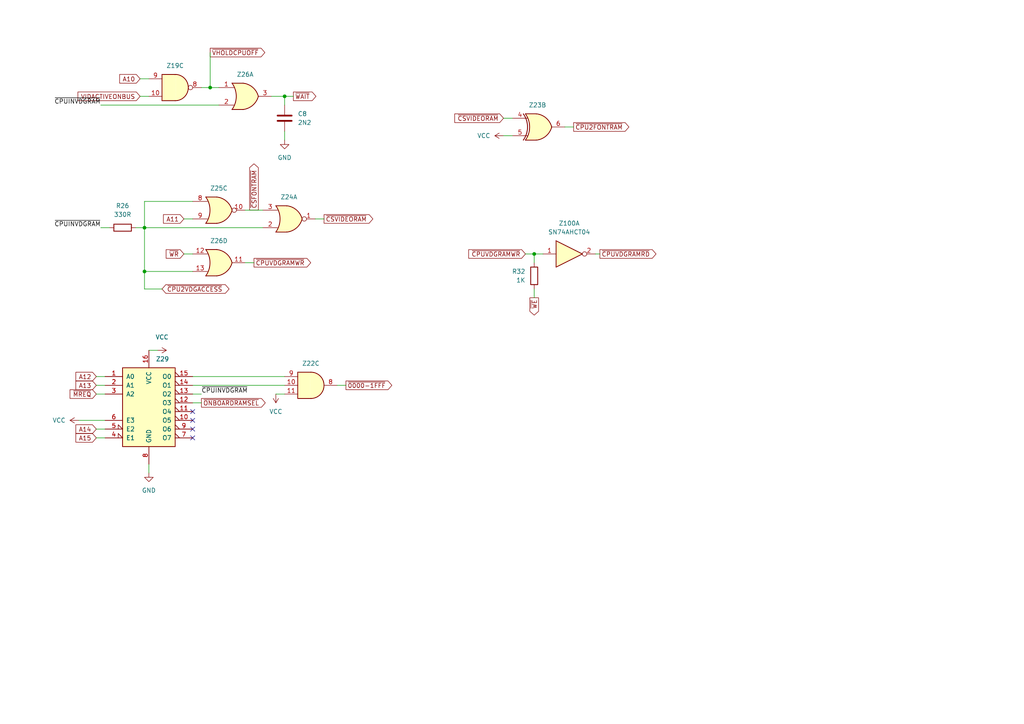
<source format=kicad_sch>
(kicad_sch (version 20211123) (generator eeschema)
  (paper "A4")
  (title_block (title "ACE2NOKB") (date "2019-09-17") (rev "Beta") (company "Ontobus") (comment 1 "John Bradley") (comment 2 "https://creativecommons.org/licenses/by-nc-sa/4.0/") (comment 3 "Attribution-NonCommercial-ShareAlike 4.0 International License.") (comment 4 "This work is licensed under a Creative Commons "))
  (lib_symbols
    (symbol "74xx:74HCT00" (pin_names (offset 1.016))
      (property "Reference" "U" (at 0 1.27 0))
      (property "Value" "74HCT00" (at 0 -1.27 0))
      (symbol "74HCT00_1_1"
        (arc (start 0 -3.81) (mid 3.81 0) (end 0 3.81) (stroke (width 0.254)) (fill (type background)))
        (polyline (pts (xy 0 3.81) (xy -3.81 3.81) (xy -3.81 -3.81) (xy 0 -3.81)) (stroke (width 0.254)) (fill (type background)))
        (pin input line (at -7.62 2.54 0) (length 3.81) (name "~") (number "1"))
        (pin input line (at -7.62 -2.54 0) (length 3.81) (name "~") (number "2"))
        (pin output inverted (at 7.62 0 180) (length 3.81) (name "~") (number "3"))
      )
      (symbol "74HCT00_1_2"
        (arc (start -3.81 -3.81) (mid -2.589 0) (end -3.81 3.81) (stroke (width 0.254)))
        (arc (start -0.6096 -3.81) (mid 2.1842 -2.5851) (end 3.81 0) (stroke (width 0.254)) (fill (type background)))
        (polyline (pts (xy -3.81 -3.81) (xy -0.635 -3.81)) (stroke (width 0.254)) (fill (type background)))
        (polyline (pts (xy -3.81 3.81) (xy -0.635 3.81)) (stroke (width 0.254)) (fill (type background)))
        (polyline (pts (xy -0.635 3.81) (xy -3.81 3.81) (xy -3.81 3.81) (xy -3.556 3.4036) (xy -3.0226 2.2606) (xy -2.6924 1.0414) (xy -2.6162 -0.254) (xy -2.7686 -1.4986) (xy -3.175 -2.7178) (xy -3.81 -3.81) (xy -3.81 -3.81) (xy -0.635 -3.81)) (stroke (width -25.4)) (fill (type background)))
        (arc (start 3.81 0) (mid 2.1915 2.5936) (end -0.6096 3.81) (stroke (width 0.254)) (fill (type background)))
        (pin input inverted (at -7.62 2.54 0) (length 4.318) (name "~") (number "1"))
        (pin input inverted (at -7.62 -2.54 0) (length 4.318) (name "~") (number "2"))
        (pin output line (at 7.62 0 180) (length 3.81) (name "~") (number "3"))
      )
      (symbol "74HCT00_2_1"
        (arc (start 0 -3.81) (mid 3.81 0) (end 0 3.81) (stroke (width 0.254)) (fill (type background)))
        (polyline (pts (xy 0 3.81) (xy -3.81 3.81) (xy -3.81 -3.81) (xy 0 -3.81)) (stroke (width 0.254)) (fill (type background)))
        (pin input line (at -7.62 2.54 0) (length 3.81) (name "~") (number "4"))
        (pin input line (at -7.62 -2.54 0) (length 3.81) (name "~") (number "5"))
        (pin output inverted (at 7.62 0 180) (length 3.81) (name "~") (number "6"))
      )
      (symbol "74HCT00_2_2"
        (arc (start -3.81 -3.81) (mid -2.589 0) (end -3.81 3.81) (stroke (width 0.254)))
        (arc (start -0.6096 -3.81) (mid 2.1842 -2.5851) (end 3.81 0) (stroke (width 0.254)) (fill (type background)))
        (polyline (pts (xy -3.81 -3.81) (xy -0.635 -3.81)) (stroke (width 0.254)) (fill (type background)))
        (polyline (pts (xy -3.81 3.81) (xy -0.635 3.81)) (stroke (width 0.254)) (fill (type background)))
        (polyline (pts (xy -0.635 3.81) (xy -3.81 3.81) (xy -3.81 3.81) (xy -3.556 3.4036) (xy -3.0226 2.2606) (xy -2.6924 1.0414) (xy -2.6162 -0.254) (xy -2.7686 -1.4986) (xy -3.175 -2.7178) (xy -3.81 -3.81) (xy -3.81 -3.81) (xy -0.635 -3.81)) (stroke (width -25.4)) (fill (type background)))
        (arc (start 3.81 0) (mid 2.1915 2.5936) (end -0.6096 3.81) (stroke (width 0.254)) (fill (type background)))
        (pin input inverted (at -7.62 2.54 0) (length 4.318) (name "~") (number "4"))
        (pin input inverted (at -7.62 -2.54 0) (length 4.318) (name "~") (number "5"))
        (pin output line (at 7.62 0 180) (length 3.81) (name "~") (number "6"))
      )
      (symbol "74HCT00_3_1"
        (arc (start 0 -3.81) (mid 3.81 0) (end 0 3.81) (stroke (width 0.254)) (fill (type background)))
        (polyline (pts (xy 0 3.81) (xy -3.81 3.81) (xy -3.81 -3.81) (xy 0 -3.81)) (stroke (width 0.254)) (fill (type background)))
        (pin input line (at -7.62 -2.54 0) (length 3.81) (name "~") (number "10"))
        (pin output inverted (at 7.62 0 180) (length 3.81) (name "~") (number "8"))
        (pin input line (at -7.62 2.54 0) (length 3.81) (name "~") (number "9"))
      )
      (symbol "74HCT00_3_2"
        (arc (start -3.81 -3.81) (mid -2.589 0) (end -3.81 3.81) (stroke (width 0.254)))
        (arc (start -0.6096 -3.81) (mid 2.1842 -2.5851) (end 3.81 0) (stroke (width 0.254)) (fill (type background)))
        (polyline (pts (xy -3.81 -3.81) (xy -0.635 -3.81)) (stroke (width 0.254)) (fill (type background)))
        (polyline (pts (xy -3.81 3.81) (xy -0.635 3.81)) (stroke (width 0.254)) (fill (type background)))
        (polyline (pts (xy -0.635 3.81) (xy -3.81 3.81) (xy -3.81 3.81) (xy -3.556 3.4036) (xy -3.0226 2.2606) (xy -2.6924 1.0414) (xy -2.6162 -0.254) (xy -2.7686 -1.4986) (xy -3.175 -2.7178) (xy -3.81 -3.81) (xy -3.81 -3.81) (xy -0.635 -3.81)) (stroke (width -25.4)) (fill (type background)))
        (arc (start 3.81 0) (mid 2.1915 2.5936) (end -0.6096 3.81) (stroke (width 0.254)) (fill (type background)))
        (pin input inverted (at -7.62 -2.54 0) (length 4.318) (name "~") (number "10"))
        (pin output line (at 7.62 0 180) (length 3.81) (name "~") (number "8"))
        (pin input inverted (at -7.62 2.54 0) (length 4.318) (name "~") (number "9"))
      )
      (symbol "74HCT00_4_1"
        (arc (start 0 -3.81) (mid 3.81 0) (end 0 3.81) (stroke (width 0.254)) (fill (type background)))
        (polyline (pts (xy 0 3.81) (xy -3.81 3.81) (xy -3.81 -3.81) (xy 0 -3.81)) (stroke (width 0.254)) (fill (type background)))
        (pin output inverted (at 7.62 0 180) (length 3.81) (name "~") (number "11"))
        (pin input line (at -7.62 2.54 0) (length 3.81) (name "~") (number "12"))
        (pin input line (at -7.62 -2.54 0) (length 3.81) (name "~") (number "13"))
      )
      (symbol "74HCT00_4_2"
        (arc (start -3.81 -3.81) (mid -2.589 0) (end -3.81 3.81) (stroke (width 0.254)))
        (arc (start -0.6096 -3.81) (mid 2.1842 -2.5851) (end 3.81 0) (stroke (width 0.254)) (fill (type background)))
        (polyline (pts (xy -3.81 -3.81) (xy -0.635 -3.81)) (stroke (width 0.254)) (fill (type background)))
        (polyline (pts (xy -3.81 3.81) (xy -0.635 3.81)) (stroke (width 0.254)) (fill (type background)))
        (polyline (pts (xy -0.635 3.81) (xy -3.81 3.81) (xy -3.81 3.81) (xy -3.556 3.4036) (xy -3.0226 2.2606) (xy -2.6924 1.0414) (xy -2.6162 -0.254) (xy -2.7686 -1.4986) (xy -3.175 -2.7178) (xy -3.81 -3.81) (xy -3.81 -3.81) (xy -0.635 -3.81)) (stroke (width -25.4)) (fill (type background)))
        (arc (start 3.81 0) (mid 2.1915 2.5936) (end -0.6096 3.81) (stroke (width 0.254)) (fill (type background)))
        (pin output line (at 7.62 0 180) (length 3.81) (name "~") (number "11"))
        (pin input inverted (at -7.62 2.54 0) (length 4.318) (name "~") (number "12"))
        (pin input inverted (at -7.62 -2.54 0) (length 4.318) (name "~") (number "13"))
      )
      (symbol "74HCT00_5_0"
        (pin power_in line (at 0 12.7 270) (length 5.08) (name "VCC") (number "14"))
        (pin power_in line (at 0 -12.7 90) (length 5.08) (name "GND") (number "7"))
      )
      (symbol "74HCT00_5_1"
        (rectangle (start -5.08 7.62) (end 5.08 -7.62) (stroke (width 0.254)) (fill (type background)))
      )
    )
    (symbol "74xx:74HCT02" (pin_names (offset 1.016))
      (property "Reference" "U" (at 0 1.27 0))
      (property "Value" "74HCT02" (at 0 -1.27 0))
      (symbol "74HCT02_1_1"
        (arc (start -3.81 -3.81) (mid -2.589 0) (end -3.81 3.81) (stroke (width 0.254)))
        (arc (start -0.6096 -3.81) (mid 2.1842 -2.5851) (end 3.81 0) (stroke (width 0.254)) (fill (type background)))
        (polyline (pts (xy -3.81 -3.81) (xy -0.635 -3.81)) (stroke (width 0.254)) (fill (type background)))
        (polyline (pts (xy -3.81 3.81) (xy -0.635 3.81)) (stroke (width 0.254)) (fill (type background)))
        (polyline (pts (xy -0.635 3.81) (xy -3.81 3.81) (xy -3.81 3.81) (xy -3.556 3.4036) (xy -3.0226 2.2606) (xy -2.6924 1.0414) (xy -2.6162 -0.254) (xy -2.7686 -1.4986) (xy -3.175 -2.7178) (xy -3.81 -3.81) (xy -3.81 -3.81) (xy -0.635 -3.81)) (stroke (width -25.4)) (fill (type background)))
        (arc (start 3.81 0) (mid 2.1915 2.5936) (end -0.6096 3.81) (stroke (width 0.254)) (fill (type background)))
        (pin output inverted (at 7.62 0 180) (length 3.81) (name "~") (number "1"))
        (pin input line (at -7.62 2.54 0) (length 4.318) (name "~") (number "2"))
        (pin input line (at -7.62 -2.54 0) (length 4.318) (name "~") (number "3"))
      )
      (symbol "74HCT02_1_2"
        (arc (start 0 -3.81) (mid 3.81 0) (end 0 3.81) (stroke (width 0.254)) (fill (type background)))
        (polyline (pts (xy 0 3.81) (xy -3.81 3.81) (xy -3.81 -3.81) (xy 0 -3.81)) (stroke (width 0.254)) (fill (type background)))
        (pin output line (at 7.62 0 180) (length 3.81) (name "~") (number "1"))
        (pin input inverted (at -7.62 2.54 0) (length 3.81) (name "~") (number "2"))
        (pin input inverted (at -7.62 -2.54 0) (length 3.81) (name "~") (number "3"))
      )
      (symbol "74HCT02_2_1"
        (arc (start -3.81 -3.81) (mid -2.589 0) (end -3.81 3.81) (stroke (width 0.254)))
        (arc (start -0.6096 -3.81) (mid 2.1842 -2.5851) (end 3.81 0) (stroke (width 0.254)) (fill (type background)))
        (polyline (pts (xy -3.81 -3.81) (xy -0.635 -3.81)) (stroke (width 0.254)) (fill (type background)))
        (polyline (pts (xy -3.81 3.81) (xy -0.635 3.81)) (stroke (width 0.254)) (fill (type background)))
        (polyline (pts (xy -0.635 3.81) (xy -3.81 3.81) (xy -3.81 3.81) (xy -3.556 3.4036) (xy -3.0226 2.2606) (xy -2.6924 1.0414) (xy -2.6162 -0.254) (xy -2.7686 -1.4986) (xy -3.175 -2.7178) (xy -3.81 -3.81) (xy -3.81 -3.81) (xy -0.635 -3.81)) (stroke (width -25.4)) (fill (type background)))
        (arc (start 3.81 0) (mid 2.1915 2.5936) (end -0.6096 3.81) (stroke (width 0.254)) (fill (type background)))
        (pin output inverted (at 7.62 0 180) (length 3.81) (name "~") (number "4"))
        (pin input line (at -7.62 2.54 0) (length 4.318) (name "~") (number "5"))
        (pin input line (at -7.62 -2.54 0) (length 4.318) (name "~") (number "6"))
      )
      (symbol "74HCT02_2_2"
        (arc (start 0 -3.81) (mid 3.81 0) (end 0 3.81) (stroke (width 0.254)) (fill (type background)))
        (polyline (pts (xy 0 3.81) (xy -3.81 3.81) (xy -3.81 -3.81) (xy 0 -3.81)) (stroke (width 0.254)) (fill (type background)))
        (pin output line (at 7.62 0 180) (length 3.81) (name "~") (number "4"))
        (pin input inverted (at -7.62 2.54 0) (length 3.81) (name "~") (number "5"))
        (pin input inverted (at -7.62 -2.54 0) (length 3.81) (name "~") (number "6"))
      )
      (symbol "74HCT02_3_1"
        (arc (start -3.81 -3.81) (mid -2.589 0) (end -3.81 3.81) (stroke (width 0.254)))
        (arc (start -0.6096 -3.81) (mid 2.1842 -2.5851) (end 3.81 0) (stroke (width 0.254)) (fill (type background)))
        (polyline (pts (xy -3.81 -3.81) (xy -0.635 -3.81)) (stroke (width 0.254)) (fill (type background)))
        (polyline (pts (xy -3.81 3.81) (xy -0.635 3.81)) (stroke (width 0.254)) (fill (type background)))
        (polyline (pts (xy -0.635 3.81) (xy -3.81 3.81) (xy -3.81 3.81) (xy -3.556 3.4036) (xy -3.0226 2.2606) (xy -2.6924 1.0414) (xy -2.6162 -0.254) (xy -2.7686 -1.4986) (xy -3.175 -2.7178) (xy -3.81 -3.81) (xy -3.81 -3.81) (xy -0.635 -3.81)) (stroke (width -25.4)) (fill (type background)))
        (arc (start 3.81 0) (mid 2.1915 2.5936) (end -0.6096 3.81) (stroke (width 0.254)) (fill (type background)))
        (pin output inverted (at 7.62 0 180) (length 3.81) (name "~") (number "10"))
        (pin input line (at -7.62 2.54 0) (length 4.318) (name "~") (number "8"))
        (pin input line (at -7.62 -2.54 0) (length 4.318) (name "~") (number "9"))
      )
      (symbol "74HCT02_3_2"
        (arc (start 0 -3.81) (mid 3.81 0) (end 0 3.81) (stroke (width 0.254)) (fill (type background)))
        (polyline (pts (xy 0 3.81) (xy -3.81 3.81) (xy -3.81 -3.81) (xy 0 -3.81)) (stroke (width 0.254)) (fill (type background)))
        (pin output line (at 7.62 0 180) (length 3.81) (name "~") (number "10"))
        (pin input inverted (at -7.62 2.54 0) (length 3.81) (name "~") (number "8"))
        (pin input inverted (at -7.62 -2.54 0) (length 3.81) (name "~") (number "9"))
      )
      (symbol "74HCT02_4_1"
        (arc (start -3.81 -3.81) (mid -2.589 0) (end -3.81 3.81) (stroke (width 0.254)))
        (arc (start -0.6096 -3.81) (mid 2.1842 -2.5851) (end 3.81 0) (stroke (width 0.254)) (fill (type background)))
        (polyline (pts (xy -3.81 -3.81) (xy -0.635 -3.81)) (stroke (width 0.254)) (fill (type background)))
        (polyline (pts (xy -3.81 3.81) (xy -0.635 3.81)) (stroke (width 0.254)) (fill (type background)))
        (polyline (pts (xy -0.635 3.81) (xy -3.81 3.81) (xy -3.81 3.81) (xy -3.556 3.4036) (xy -3.0226 2.2606) (xy -2.6924 1.0414) (xy -2.6162 -0.254) (xy -2.7686 -1.4986) (xy -3.175 -2.7178) (xy -3.81 -3.81) (xy -3.81 -3.81) (xy -0.635 -3.81)) (stroke (width -25.4)) (fill (type background)))
        (arc (start 3.81 0) (mid 2.1915 2.5936) (end -0.6096 3.81) (stroke (width 0.254)) (fill (type background)))
        (pin input line (at -7.62 2.54 0) (length 4.318) (name "~") (number "11"))
        (pin input line (at -7.62 -2.54 0) (length 4.318) (name "~") (number "12"))
        (pin output inverted (at 7.62 0 180) (length 3.81) (name "~") (number "13"))
      )
      (symbol "74HCT02_4_2"
        (arc (start 0 -3.81) (mid 3.81 0) (end 0 3.81) (stroke (width 0.254)) (fill (type background)))
        (polyline (pts (xy 0 3.81) (xy -3.81 3.81) (xy -3.81 -3.81) (xy 0 -3.81)) (stroke (width 0.254)) (fill (type background)))
        (pin input inverted (at -7.62 2.54 0) (length 3.81) (name "~") (number "11"))
        (pin input inverted (at -7.62 -2.54 0) (length 3.81) (name "~") (number "12"))
        (pin output line (at 7.62 0 180) (length 3.81) (name "~") (number "13"))
      )
      (symbol "74HCT02_5_0"
        (pin power_in line (at 0 12.7 270) (length 5.08) (name "VCC") (number "14"))
        (pin power_in line (at 0 -12.7 90) (length 5.08) (name "GND") (number "7"))
      )
      (symbol "74HCT02_5_1"
        (rectangle (start -5.08 7.62) (end 5.08 -7.62) (stroke (width 0.254)) (fill (type background)))
      )
    )
    (symbol "74xx:74HCT04"
      (property "Reference" "U" (at 0 1.27 0))
      (property "Value" "74HCT04" (at 0 -1.27 0))
      (symbol "74HCT04_1_0"
        (polyline (pts (xy -3.81 3.81) (xy -3.81 -3.81) (xy 3.81 0) (xy -3.81 3.81)) (stroke (width 0.254)) (fill (type background)))
        (pin input line (at -7.62 0 0) (length 3.81) (name "~") (number "1"))
        (pin output inverted (at 7.62 0 180) (length 3.81) (name "~") (number "2"))
      )
      (symbol "74HCT04_2_0"
        (polyline (pts (xy -3.81 3.81) (xy -3.81 -3.81) (xy 3.81 0) (xy -3.81 3.81)) (stroke (width 0.254)) (fill (type background)))
        (pin input line (at -7.62 0 0) (length 3.81) (name "~") (number "3"))
        (pin output inverted (at 7.62 0 180) (length 3.81) (name "~") (number "4"))
      )
      (symbol "74HCT04_3_0"
        (polyline (pts (xy -3.81 3.81) (xy -3.81 -3.81) (xy 3.81 0) (xy -3.81 3.81)) (stroke (width 0.254)) (fill (type background)))
        (pin input line (at -7.62 0 0) (length 3.81) (name "~") (number "5"))
        (pin output inverted (at 7.62 0 180) (length 3.81) (name "~") (number "6"))
      )
      (symbol "74HCT04_4_0"
        (polyline (pts (xy -3.81 3.81) (xy -3.81 -3.81) (xy 3.81 0) (xy -3.81 3.81)) (stroke (width 0.254)) (fill (type background)))
        (pin output inverted (at 7.62 0 180) (length 3.81) (name "~") (number "8"))
        (pin input line (at -7.62 0 0) (length 3.81) (name "~") (number "9"))
      )
      (symbol "74HCT04_5_0"
        (polyline (pts (xy -3.81 3.81) (xy -3.81 -3.81) (xy 3.81 0) (xy -3.81 3.81)) (stroke (width 0.254)) (fill (type background)))
        (pin output inverted (at 7.62 0 180) (length 3.81) (name "~") (number "10"))
        (pin input line (at -7.62 0 0) (length 3.81) (name "~") (number "11"))
      )
      (symbol "74HCT04_6_0"
        (polyline (pts (xy -3.81 3.81) (xy -3.81 -3.81) (xy 3.81 0) (xy -3.81 3.81)) (stroke (width 0.254)) (fill (type background)))
        (pin output inverted (at 7.62 0 180) (length 3.81) (name "~") (number "12"))
        (pin input line (at -7.62 0 0) (length 3.81) (name "~") (number "13"))
      )
      (symbol "74HCT04_7_0"
        (pin power_in line (at 0 12.7 270) (length 5.08) (name "VCC") (number "14"))
        (pin power_in line (at 0 -12.7 90) (length 5.08) (name "GND") (number "7"))
      )
      (symbol "74HCT04_7_1"
        (rectangle (start -5.08 7.62) (end 5.08 -7.62) (stroke (width 0.254)) (fill (type background)))
      )
    )
    (symbol "74xx:74LS11" (pin_names (offset 1.016))
      (property "Reference" "U" (at 0 1.27 0))
      (property "Value" "74LS11" (at 0 -1.27 0))
      (symbol "74LS11_1_1"
        (arc (start 0 -3.81) (mid 3.81 0) (end 0 3.81) (stroke (width 0.254)) (fill (type background)))
        (polyline (pts (xy 0 3.81) (xy -3.81 3.81) (xy -3.81 -3.81) (xy 0 -3.81)) (stroke (width 0.254)) (fill (type background)))
        (pin input line (at -7.62 2.54 0) (length 3.81) (name "~") (number "1"))
        (pin output line (at 7.62 0 180) (length 3.81) (name "~") (number "12"))
        (pin input line (at -7.62 -2.54 0) (length 3.81) (name "~") (number "13"))
        (pin input line (at -7.62 0 0) (length 3.81) (name "~") (number "2"))
      )
      (symbol "74LS11_1_2"
        (arc (start -3.81 -3.81) (mid -2.589 0) (end -3.81 3.81) (stroke (width 0.254)))
        (arc (start -0.6096 -3.81) (mid 2.1842 -2.5851) (end 3.81 0) (stroke (width 0.254)) (fill (type background)))
        (polyline (pts (xy -3.81 -3.81) (xy -0.635 -3.81)) (stroke (width 0.254)) (fill (type background)))
        (polyline (pts (xy -3.81 3.81) (xy -0.635 3.81)) (stroke (width 0.254)) (fill (type background)))
        (polyline (pts (xy -0.635 3.81) (xy -3.81 3.81) (xy -3.81 3.81) (xy -3.556 3.4036) (xy -3.0226 2.2606) (xy -2.6924 1.0414) (xy -2.6162 -0.254) (xy -2.7686 -1.4986) (xy -3.175 -2.7178) (xy -3.81 -3.81) (xy -3.81 -3.81) (xy -0.635 -3.81)) (stroke (width -25.4)) (fill (type background)))
        (arc (start 3.81 0) (mid 2.1915 2.5936) (end -0.6096 3.81) (stroke (width 0.254)) (fill (type background)))
        (pin input inverted (at -7.62 2.54 0) (length 4.318) (name "~") (number "1"))
        (pin output inverted (at 7.62 0 180) (length 3.81) (name "~") (number "12"))
        (pin input inverted (at -7.62 -2.54 0) (length 4.318) (name "~") (number "13"))
        (pin input inverted (at -7.62 0 0) (length 4.953) (name "~") (number "2"))
      )
      (symbol "74LS11_2_1"
        (arc (start 0 -3.81) (mid 3.81 0) (end 0 3.81) (stroke (width 0.254)) (fill (type background)))
        (polyline (pts (xy 0 3.81) (xy -3.81 3.81) (xy -3.81 -3.81) (xy 0 -3.81)) (stroke (width 0.254)) (fill (type background)))
        (pin input line (at -7.62 2.54 0) (length 3.81) (name "~") (number "3"))
        (pin input line (at -7.62 0 0) (length 3.81) (name "~") (number "4"))
        (pin input line (at -7.62 -2.54 0) (length 3.81) (name "~") (number "5"))
        (pin output line (at 7.62 0 180) (length 3.81) (name "~") (number "6"))
      )
      (symbol "74LS11_2_2"
        (arc (start -3.81 -3.81) (mid -2.589 0) (end -3.81 3.81) (stroke (width 0.254)))
        (arc (start -0.6096 -3.81) (mid 2.1842 -2.5851) (end 3.81 0) (stroke (width 0.254)) (fill (type background)))
        (polyline (pts (xy -3.81 -3.81) (xy -0.635 -3.81)) (stroke (width 0.254)) (fill (type background)))
        (polyline (pts (xy -3.81 3.81) (xy -0.635 3.81)) (stroke (width 0.254)) (fill (type background)))
        (polyline (pts (xy -0.635 3.81) (xy -3.81 3.81) (xy -3.81 3.81) (xy -3.556 3.4036) (xy -3.0226 2.2606) (xy -2.6924 1.0414) (xy -2.6162 -0.254) (xy -2.7686 -1.4986) (xy -3.175 -2.7178) (xy -3.81 -3.81) (xy -3.81 -3.81) (xy -0.635 -3.81)) (stroke (width -25.4)) (fill (type background)))
        (arc (start 3.81 0) (mid 2.1915 2.5936) (end -0.6096 3.81) (stroke (width 0.254)) (fill (type background)))
        (pin input inverted (at -7.62 2.54 0) (length 4.318) (name "~") (number "3"))
        (pin input inverted (at -7.62 0 0) (length 4.953) (name "~") (number "4"))
        (pin input inverted (at -7.62 -2.54 0) (length 4.318) (name "~") (number "5"))
        (pin output inverted (at 7.62 0 180) (length 3.81) (name "~") (number "6"))
      )
      (symbol "74LS11_3_1"
        (arc (start 0 -3.81) (mid 3.81 0) (end 0 3.81) (stroke (width 0.254)) (fill (type background)))
        (polyline (pts (xy 0 3.81) (xy -3.81 3.81) (xy -3.81 -3.81) (xy 0 -3.81)) (stroke (width 0.254)) (fill (type background)))
        (pin input line (at -7.62 0 0) (length 3.81) (name "~") (number "10"))
        (pin input line (at -7.62 -2.54 0) (length 3.81) (name "~") (number "11"))
        (pin output line (at 7.62 0 180) (length 3.81) (name "~") (number "8"))
        (pin input line (at -7.62 2.54 0) (length 3.81) (name "~") (number "9"))
      )
      (symbol "74LS11_3_2"
        (arc (start -3.81 -3.81) (mid -2.589 0) (end -3.81 3.81) (stroke (width 0.254)))
        (arc (start -0.6096 -3.81) (mid 2.1842 -2.5851) (end 3.81 0) (stroke (width 0.254)) (fill (type background)))
        (polyline (pts (xy -3.81 -3.81) (xy -0.635 -3.81)) (stroke (width 0.254)) (fill (type background)))
        (polyline (pts (xy -3.81 3.81) (xy -0.635 3.81)) (stroke (width 0.254)) (fill (type background)))
        (polyline (pts (xy -0.635 3.81) (xy -3.81 3.81) (xy -3.81 3.81) (xy -3.556 3.4036) (xy -3.0226 2.2606) (xy -2.6924 1.0414) (xy -2.6162 -0.254) (xy -2.7686 -1.4986) (xy -3.175 -2.7178) (xy -3.81 -3.81) (xy -3.81 -3.81) (xy -0.635 -3.81)) (stroke (width -25.4)) (fill (type background)))
        (arc (start 3.81 0) (mid 2.1915 2.5936) (end -0.6096 3.81) (stroke (width 0.254)) (fill (type background)))
        (pin input inverted (at -7.62 0 0) (length 4.953) (name "~") (number "10"))
        (pin input inverted (at -7.62 -2.54 0) (length 4.318) (name "~") (number "11"))
        (pin output inverted (at 7.62 0 180) (length 3.81) (name "~") (number "8"))
        (pin input inverted (at -7.62 2.54 0) (length 4.318) (name "~") (number "9"))
      )
      (symbol "74LS11_4_0"
        (pin power_in line (at 0 12.7 270) (length 5.08) (name "VCC") (number "14"))
        (pin power_in line (at 0 -12.7 90) (length 5.08) (name "GND") (number "7"))
      )
      (symbol "74LS11_4_1"
        (rectangle (start -5.08 7.62) (end 5.08 -7.62) (stroke (width 0.254)) (fill (type background)))
      )
    )
    (symbol "74xx:74LS138" (pin_names (offset 1.016))
      (property "Reference" "U" (at -7.62 11.43 0))
      (property "Value" "74LS138" (at -7.62 -13.97 0))
      (symbol "74LS138_1_0"
        (pin input line (at -12.7 7.62 0) (length 5.08) (name "A0") (number "1"))
        (pin output output_low (at 12.7 -5.08 180) (length 5.08) (name "O5") (number "10"))
        (pin output output_low (at 12.7 -2.54 180) (length 5.08) (name "O4") (number "11"))
        (pin output output_low (at 12.7 0 180) (length 5.08) (name "O3") (number "12"))
        (pin output output_low (at 12.7 2.54 180) (length 5.08) (name "O2") (number "13"))
        (pin output output_low (at 12.7 5.08 180) (length 5.08) (name "O1") (number "14"))
        (pin output output_low (at 12.7 7.62 180) (length 5.08) (name "O0") (number "15"))
        (pin power_in line (at 0 15.24 270) (length 5.08) (name "VCC") (number "16"))
        (pin input line (at -12.7 5.08 0) (length 5.08) (name "A1") (number "2"))
        (pin input line (at -12.7 2.54 0) (length 5.08) (name "A2") (number "3"))
        (pin input input_low (at -12.7 -10.16 0) (length 5.08) (name "E1") (number "4"))
        (pin input input_low (at -12.7 -7.62 0) (length 5.08) (name "E2") (number "5"))
        (pin input line (at -12.7 -5.08 0) (length 5.08) (name "E3") (number "6"))
        (pin output output_low (at 12.7 -10.16 180) (length 5.08) (name "O7") (number "7"))
        (pin power_in line (at 0 -17.78 90) (length 5.08) (name "GND") (number "8"))
        (pin output output_low (at 12.7 -7.62 180) (length 5.08) (name "O6") (number "9"))
      )
      (symbol "74LS138_1_1"
        (rectangle (start -7.62 10.16) (end 7.62 -12.7) (stroke (width 0.254)) (fill (type background)))
      )
    )
    (symbol "74xx:74LS32" (pin_names (offset 1.016))
      (property "Reference" "U" (at 0 1.27 0))
      (property "Value" "74LS32" (at 0 -1.27 0))
      (symbol "74LS32_1_1"
        (arc (start -3.81 -3.81) (mid -2.589 0) (end -3.81 3.81) (stroke (width 0.254)))
        (arc (start -0.6096 -3.81) (mid 2.1842 -2.5851) (end 3.81 0) (stroke (width 0.254)) (fill (type background)))
        (polyline (pts (xy -3.81 -3.81) (xy -0.635 -3.81)) (stroke (width 0.254)) (fill (type background)))
        (polyline (pts (xy -3.81 3.81) (xy -0.635 3.81)) (stroke (width 0.254)) (fill (type background)))
        (polyline (pts (xy -0.635 3.81) (xy -3.81 3.81) (xy -3.81 3.81) (xy -3.556 3.4036) (xy -3.0226 2.2606) (xy -2.6924 1.0414) (xy -2.6162 -0.254) (xy -2.7686 -1.4986) (xy -3.175 -2.7178) (xy -3.81 -3.81) (xy -3.81 -3.81) (xy -0.635 -3.81)) (stroke (width -25.4)) (fill (type background)))
        (arc (start 3.81 0) (mid 2.1915 2.5936) (end -0.6096 3.81) (stroke (width 0.254)) (fill (type background)))
        (pin input line (at -7.62 2.54 0) (length 4.318) (name "~") (number "1"))
        (pin input line (at -7.62 -2.54 0) (length 4.318) (name "~") (number "2"))
        (pin output line (at 7.62 0 180) (length 3.81) (name "~") (number "3"))
      )
      (symbol "74LS32_1_2"
        (arc (start 0 -3.81) (mid 3.81 0) (end 0 3.81) (stroke (width 0.254)) (fill (type background)))
        (polyline (pts (xy 0 3.81) (xy -3.81 3.81) (xy -3.81 -3.81) (xy 0 -3.81)) (stroke (width 0.254)) (fill (type background)))
        (pin input inverted (at -7.62 2.54 0) (length 3.81) (name "~") (number "1"))
        (pin input inverted (at -7.62 -2.54 0) (length 3.81) (name "~") (number "2"))
        (pin output inverted (at 7.62 0 180) (length 3.81) (name "~") (number "3"))
      )
      (symbol "74LS32_2_1"
        (arc (start -3.81 -3.81) (mid -2.589 0) (end -3.81 3.81) (stroke (width 0.254)))
        (arc (start -0.6096 -3.81) (mid 2.1842 -2.5851) (end 3.81 0) (stroke (width 0.254)) (fill (type background)))
        (polyline (pts (xy -3.81 -3.81) (xy -0.635 -3.81)) (stroke (width 0.254)) (fill (type background)))
        (polyline (pts (xy -3.81 3.81) (xy -0.635 3.81)) (stroke (width 0.254)) (fill (type background)))
        (polyline (pts (xy -0.635 3.81) (xy -3.81 3.81) (xy -3.81 3.81) (xy -3.556 3.4036) (xy -3.0226 2.2606) (xy -2.6924 1.0414) (xy -2.6162 -0.254) (xy -2.7686 -1.4986) (xy -3.175 -2.7178) (xy -3.81 -3.81) (xy -3.81 -3.81) (xy -0.635 -3.81)) (stroke (width -25.4)) (fill (type background)))
        (arc (start 3.81 0) (mid 2.1915 2.5936) (end -0.6096 3.81) (stroke (width 0.254)) (fill (type background)))
        (pin input line (at -7.62 2.54 0) (length 4.318) (name "~") (number "4"))
        (pin input line (at -7.62 -2.54 0) (length 4.318) (name "~") (number "5"))
        (pin output line (at 7.62 0 180) (length 3.81) (name "~") (number "6"))
      )
      (symbol "74LS32_2_2"
        (arc (start 0 -3.81) (mid 3.81 0) (end 0 3.81) (stroke (width 0.254)) (fill (type background)))
        (polyline (pts (xy 0 3.81) (xy -3.81 3.81) (xy -3.81 -3.81) (xy 0 -3.81)) (stroke (width 0.254)) (fill (type background)))
        (pin input inverted (at -7.62 2.54 0) (length 3.81) (name "~") (number "4"))
        (pin input inverted (at -7.62 -2.54 0) (length 3.81) (name "~") (number "5"))
        (pin output inverted (at 7.62 0 180) (length 3.81) (name "~") (number "6"))
      )
      (symbol "74LS32_3_1"
        (arc (start -3.81 -3.81) (mid -2.589 0) (end -3.81 3.81) (stroke (width 0.254)))
        (arc (start -0.6096 -3.81) (mid 2.1842 -2.5851) (end 3.81 0) (stroke (width 0.254)) (fill (type background)))
        (polyline (pts (xy -3.81 -3.81) (xy -0.635 -3.81)) (stroke (width 0.254)) (fill (type background)))
        (polyline (pts (xy -3.81 3.81) (xy -0.635 3.81)) (stroke (width 0.254)) (fill (type background)))
        (polyline (pts (xy -0.635 3.81) (xy -3.81 3.81) (xy -3.81 3.81) (xy -3.556 3.4036) (xy -3.0226 2.2606) (xy -2.6924 1.0414) (xy -2.6162 -0.254) (xy -2.7686 -1.4986) (xy -3.175 -2.7178) (xy -3.81 -3.81) (xy -3.81 -3.81) (xy -0.635 -3.81)) (stroke (width -25.4)) (fill (type background)))
        (arc (start 3.81 0) (mid 2.1915 2.5936) (end -0.6096 3.81) (stroke (width 0.254)) (fill (type background)))
        (pin input line (at -7.62 -2.54 0) (length 4.318) (name "~") (number "10"))
        (pin output line (at 7.62 0 180) (length 3.81) (name "~") (number "8"))
        (pin input line (at -7.62 2.54 0) (length 4.318) (name "~") (number "9"))
      )
      (symbol "74LS32_3_2"
        (arc (start 0 -3.81) (mid 3.81 0) (end 0 3.81) (stroke (width 0.254)) (fill (type background)))
        (polyline (pts (xy 0 3.81) (xy -3.81 3.81) (xy -3.81 -3.81) (xy 0 -3.81)) (stroke (width 0.254)) (fill (type background)))
        (pin input inverted (at -7.62 -2.54 0) (length 3.81) (name "~") (number "10"))
        (pin output inverted (at 7.62 0 180) (length 3.81) (name "~") (number "8"))
        (pin input inverted (at -7.62 2.54 0) (length 3.81) (name "~") (number "9"))
      )
      (symbol "74LS32_4_1"
        (arc (start -3.81 -3.81) (mid -2.589 0) (end -3.81 3.81) (stroke (width 0.254)))
        (arc (start -0.6096 -3.81) (mid 2.1842 -2.5851) (end 3.81 0) (stroke (width 0.254)) (fill (type background)))
        (polyline (pts (xy -3.81 -3.81) (xy -0.635 -3.81)) (stroke (width 0.254)) (fill (type background)))
        (polyline (pts (xy -3.81 3.81) (xy -0.635 3.81)) (stroke (width 0.254)) (fill (type background)))
        (polyline (pts (xy -0.635 3.81) (xy -3.81 3.81) (xy -3.81 3.81) (xy -3.556 3.4036) (xy -3.0226 2.2606) (xy -2.6924 1.0414) (xy -2.6162 -0.254) (xy -2.7686 -1.4986) (xy -3.175 -2.7178) (xy -3.81 -3.81) (xy -3.81 -3.81) (xy -0.635 -3.81)) (stroke (width -25.4)) (fill (type background)))
        (arc (start 3.81 0) (mid 2.1915 2.5936) (end -0.6096 3.81) (stroke (width 0.254)) (fill (type background)))
        (pin output line (at 7.62 0 180) (length 3.81) (name "~") (number "11"))
        (pin input line (at -7.62 2.54 0) (length 4.318) (name "~") (number "12"))
        (pin input line (at -7.62 -2.54 0) (length 4.318) (name "~") (number "13"))
      )
      (symbol "74LS32_4_2"
        (arc (start 0 -3.81) (mid 3.81 0) (end 0 3.81) (stroke (width 0.254)) (fill (type background)))
        (polyline (pts (xy 0 3.81) (xy -3.81 3.81) (xy -3.81 -3.81) (xy 0 -3.81)) (stroke (width 0.254)) (fill (type background)))
        (pin output inverted (at 7.62 0 180) (length 3.81) (name "~") (number "11"))
        (pin input inverted (at -7.62 2.54 0) (length 3.81) (name "~") (number "12"))
        (pin input inverted (at -7.62 -2.54 0) (length 3.81) (name "~") (number "13"))
      )
      (symbol "74LS32_5_0"
        (pin power_in line (at 0 12.7 270) (length 5.08) (name "VCC") (number "14"))
        (pin power_in line (at 0 -12.7 90) (length 5.08) (name "GND") (number "7"))
      )
      (symbol "74LS32_5_1"
        (rectangle (start -5.08 7.62) (end 5.08 -7.62) (stroke (width 0.254)) (fill (type background)))
      )
    )
    (symbol "74xx:74LS86" (pin_names (offset 1.016))
      (property "Reference" "U" (at 0 1.27 0))
      (property "Value" "74LS86" (at 0 -1.27 0))
      (symbol "74LS86_1_0"
        (arc (start -4.4196 -3.81) (mid -3.2033 0) (end -4.4196 3.81) (stroke (width 0.254)))
        (arc (start -3.81 -3.81) (mid -2.589 0) (end -3.81 3.81) (stroke (width 0.254)))
        (arc (start -0.6096 -3.81) (mid 2.1842 -2.5851) (end 3.81 0) (stroke (width 0.254)) (fill (type background)))
        (polyline (pts (xy -3.81 -3.81) (xy -0.635 -3.81)) (stroke (width 0.254)) (fill (type background)))
        (polyline (pts (xy -3.81 3.81) (xy -0.635 3.81)) (stroke (width 0.254)) (fill (type background)))
        (polyline (pts (xy -0.635 3.81) (xy -3.81 3.81) (xy -3.81 3.81) (xy -3.556 3.4036) (xy -3.0226 2.2606) (xy -2.6924 1.0414) (xy -2.6162 -0.254) (xy -2.7686 -1.4986) (xy -3.175 -2.7178) (xy -3.81 -3.81) (xy -3.81 -3.81) (xy -0.635 -3.81)) (stroke (width -25.4)) (fill (type background)))
        (arc (start 3.81 0) (mid 2.1915 2.5936) (end -0.6096 3.81) (stroke (width 0.254)) (fill (type background)))
        (pin input line (at -7.62 2.54 0) (length 4.445) (name "~") (number "1"))
        (pin input line (at -7.62 -2.54 0) (length 4.445) (name "~") (number "2"))
        (pin output line (at 7.62 0 180) (length 3.81) (name "~") (number "3"))
      )
      (symbol "74LS86_1_1"
        (polyline (pts (xy -3.81 -2.54) (xy -3.175 -2.54)) (stroke (width 0.1524)))
        (polyline (pts (xy -3.81 2.54) (xy -3.175 2.54)) (stroke (width 0.1524)))
      )
      (symbol "74LS86_2_0"
        (arc (start -4.4196 -3.81) (mid -3.2033 0) (end -4.4196 3.81) (stroke (width 0.254)))
        (arc (start -3.81 -3.81) (mid -2.589 0) (end -3.81 3.81) (stroke (width 0.254)))
        (arc (start -0.6096 -3.81) (mid 2.1842 -2.5851) (end 3.81 0) (stroke (width 0.254)) (fill (type background)))
        (polyline (pts (xy -3.81 -3.81) (xy -0.635 -3.81)) (stroke (width 0.254)) (fill (type background)))
        (polyline (pts (xy -3.81 3.81) (xy -0.635 3.81)) (stroke (width 0.254)) (fill (type background)))
        (polyline (pts (xy -0.635 3.81) (xy -3.81 3.81) (xy -3.81 3.81) (xy -3.556 3.4036) (xy -3.0226 2.2606) (xy -2.6924 1.0414) (xy -2.6162 -0.254) (xy -2.7686 -1.4986) (xy -3.175 -2.7178) (xy -3.81 -3.81) (xy -3.81 -3.81) (xy -0.635 -3.81)) (stroke (width -25.4)) (fill (type background)))
        (arc (start 3.81 0) (mid 2.1915 2.5936) (end -0.6096 3.81) (stroke (width 0.254)) (fill (type background)))
        (pin input line (at -7.62 2.54 0) (length 4.445) (name "~") (number "4"))
        (pin input line (at -7.62 -2.54 0) (length 4.445) (name "~") (number "5"))
        (pin output line (at 7.62 0 180) (length 3.81) (name "~") (number "6"))
      )
      (symbol "74LS86_2_1"
        (polyline (pts (xy -3.81 -2.54) (xy -3.175 -2.54)) (stroke (width 0.1524)))
        (polyline (pts (xy -3.81 2.54) (xy -3.175 2.54)) (stroke (width 0.1524)))
      )
      (symbol "74LS86_3_0"
        (arc (start -4.4196 -3.81) (mid -3.2033 0) (end -4.4196 3.81) (stroke (width 0.254)))
        (arc (start -3.81 -3.81) (mid -2.589 0) (end -3.81 3.81) (stroke (width 0.254)))
        (arc (start -0.6096 -3.81) (mid 2.1842 -2.5851) (end 3.81 0) (stroke (width 0.254)) (fill (type background)))
        (polyline (pts (xy -3.81 -3.81) (xy -0.635 -3.81)) (stroke (width 0.254)) (fill (type background)))
        (polyline (pts (xy -3.81 3.81) (xy -0.635 3.81)) (stroke (width 0.254)) (fill (type background)))
        (polyline (pts (xy -0.635 3.81) (xy -3.81 3.81) (xy -3.81 3.81) (xy -3.556 3.4036) (xy -3.0226 2.2606) (xy -2.6924 1.0414) (xy -2.6162 -0.254) (xy -2.7686 -1.4986) (xy -3.175 -2.7178) (xy -3.81 -3.81) (xy -3.81 -3.81) (xy -0.635 -3.81)) (stroke (width -25.4)) (fill (type background)))
        (arc (start 3.81 0) (mid 2.1915 2.5936) (end -0.6096 3.81) (stroke (width 0.254)) (fill (type background)))
        (pin input line (at -7.62 -2.54 0) (length 4.445) (name "~") (number "10"))
        (pin output line (at 7.62 0 180) (length 3.81) (name "~") (number "8"))
        (pin input line (at -7.62 2.54 0) (length 4.445) (name "~") (number "9"))
      )
      (symbol "74LS86_3_1"
        (polyline (pts (xy -3.81 -2.54) (xy -3.175 -2.54)) (stroke (width 0.1524)))
        (polyline (pts (xy -3.81 2.54) (xy -3.175 2.54)) (stroke (width 0.1524)))
      )
      (symbol "74LS86_4_0"
        (arc (start -4.4196 -3.81) (mid -3.2033 0) (end -4.4196 3.81) (stroke (width 0.254)))
        (arc (start -3.81 -3.81) (mid -2.589 0) (end -3.81 3.81) (stroke (width 0.254)))
        (arc (start -0.6096 -3.81) (mid 2.1842 -2.5851) (end 3.81 0) (stroke (width 0.254)) (fill (type background)))
        (polyline (pts (xy -3.81 -3.81) (xy -0.635 -3.81)) (stroke (width 0.254)) (fill (type background)))
        (polyline (pts (xy -3.81 3.81) (xy -0.635 3.81)) (stroke (width 0.254)) (fill (type background)))
        (polyline (pts (xy -0.635 3.81) (xy -3.81 3.81) (xy -3.81 3.81) (xy -3.556 3.4036) (xy -3.0226 2.2606) (xy -2.6924 1.0414) (xy -2.6162 -0.254) (xy -2.7686 -1.4986) (xy -3.175 -2.7178) (xy -3.81 -3.81) (xy -3.81 -3.81) (xy -0.635 -3.81)) (stroke (width -25.4)) (fill (type background)))
        (arc (start 3.81 0) (mid 2.1915 2.5936) (end -0.6096 3.81) (stroke (width 0.254)) (fill (type background)))
        (pin output line (at 7.62 0 180) (length 3.81) (name "~") (number "11"))
        (pin input line (at -7.62 2.54 0) (length 4.445) (name "~") (number "12"))
        (pin input line (at -7.62 -2.54 0) (length 4.445) (name "~") (number "13"))
      )
      (symbol "74LS86_4_1"
        (polyline (pts (xy -3.81 -2.54) (xy -3.175 -2.54)) (stroke (width 0.1524)))
        (polyline (pts (xy -3.81 2.54) (xy -3.175 2.54)) (stroke (width 0.1524)))
      )
      (symbol "74LS86_5_0"
        (pin power_in line (at 0 12.7 270) (length 5.08) (name "VCC") (number "14"))
        (pin power_in line (at 0 -12.7 90) (length 5.08) (name "GND") (number "7"))
      )
      (symbol "74LS86_5_1"
        (rectangle (start -5.08 7.62) (end 5.08 -7.62) (stroke (width 0.254)) (fill (type background)))
      )
    )
    (symbol "Device:C" (pin_numbers hide) (pin_names (offset 0.254))
      (property "Reference" "C" (at 0.635 2.54 0))
      (property "Value" "C" (at 0.635 -2.54 0))
      (symbol "C_0_1"
        (polyline (pts (xy -2.032 -0.762) (xy 2.032 -0.762)) (stroke (width 0.508)))
        (polyline (pts (xy -2.032 0.762) (xy 2.032 0.762)) (stroke (width 0.508)))
      )
      (symbol "C_1_1"
        (pin passive line (at 0 3.81 270) (length 2.794) (name "~") (number "1"))
        (pin passive line (at 0 -3.81 90) (length 2.794) (name "~") (number "2"))
      )
    )
    (symbol "Device:R" (pin_numbers hide) (pin_names (offset 0))
      (property "Reference" "R" (at 2.032 0 90))
      (property "Value" "R" (at 0 0 90))
      (symbol "R_0_1"
        (rectangle (start -1.016 -2.54) (end 1.016 2.54) (stroke (width 0.254)))
      )
      (symbol "R_1_1"
        (pin passive line (at 0 3.81 270) (length 1.27) (name "~") (number "1"))
        (pin passive line (at 0 -3.81 90) (length 1.27) (name "~") (number "2"))
      )
    )
    (symbol "power:GND" (power) (pin_names (offset 0))
      (property "Value" "GND" (at 0 -3.81 0))
      (symbol "GND_0_1"
        (polyline (pts (xy 0 0) (xy 0 -1.27) (xy 1.27 -1.27) (xy 0 -2.54) (xy -1.27 -1.27) (xy 0 -1.27)))
      )
      (symbol "GND_1_1"
        (pin power_in line (at 0 0 270) (length 0) hide (name "GND") (number "1"))
      )
    )
    (symbol "power:VCC" (power) (pin_names (offset 0))
      (property "Value" "VCC" (at 0 3.81 0))
      (symbol "VCC_0_1"
        (polyline (pts (xy -0.762 1.27) (xy 0 2.54)))
        (polyline (pts (xy 0 0) (xy 0 2.54)))
        (polyline (pts (xy 0 2.54) (xy 0.762 1.27)))
      )
      (symbol "VCC_1_1"
        (pin power_in line (at 0 0 90) (length 0) hide (name "VCC") (number "1"))
      )
    )
  )
  (junction (at 41.91 66.04))
  (junction (at 82.55 27.94))
  (junction (at 154.94 73.66))
  (junction (at 60.96 25.4))
  (junction (at 41.91 78.74))
  (no_connect (at 55.88 121.92))
  (no_connect (at 55.88 124.46))
  (no_connect (at 55.88 127))
  (no_connect (at 55.88 119.38))
  (wire (pts (xy 82.55 27.94) (xy 82.55 30.48)))
  (wire (pts (xy 55.88 63.5) (xy 53.34 63.5)))
  (wire (pts (xy 43.18 134.62) (xy 43.18 137.16)))
  (wire (pts (xy 39.37 66.04) (xy 41.91 66.04)))
  (wire (pts (xy 163.83 36.83) (xy 166.37 36.83)))
  (wire (pts (xy 146.05 34.29) (xy 148.59 34.29)))
  (wire (pts (xy 29.21 30.48) (xy 63.5 30.48)))
  (wire (pts (xy 82.55 27.94) (xy 85.09 27.94)))
  (wire (pts (xy 55.88 58.42) (xy 41.91 58.42)))
  (wire (pts (xy 78.74 27.94) (xy 82.55 27.94)))
  (wire (pts (xy 30.48 109.22) (xy 27.94 109.22)))
  (wire (pts (xy 60.96 25.4) (xy 63.5 25.4)))
  (wire (pts (xy 55.88 114.3) (xy 58.42 114.3)))
  (wire (pts (xy 43.18 101.6) (xy 45.72 101.6)))
  (wire (pts (xy 41.91 66.04) (xy 76.2 66.04)))
  (wire (pts (xy 82.55 38.1) (xy 82.55 40.64)))
  (wire (pts (xy 30.48 111.76) (xy 27.94 111.76)))
  (wire (pts (xy 55.88 73.66) (xy 53.34 73.66)))
  (wire (pts (xy 41.91 78.74) (xy 41.91 83.82)))
  (wire (pts (xy 55.88 109.22) (xy 82.55 109.22)))
  (wire (pts (xy 152.4 73.66) (xy 154.94 73.66)))
  (wire (pts (xy 41.91 66.04) (xy 41.91 78.74)))
  (wire (pts (xy 43.18 27.94) (xy 40.64 27.94)))
  (wire (pts (xy 154.94 83.82) (xy 154.94 86.36)))
  (wire (pts (xy 91.44 63.5) (xy 93.98 63.5)))
  (wire (pts (xy 43.18 22.86) (xy 40.64 22.86)))
  (wire (pts (xy 58.42 25.4) (xy 60.96 25.4)))
  (wire (pts (xy 71.12 76.2) (xy 73.66 76.2)))
  (wire (pts (xy 41.91 58.42) (xy 41.91 66.04)))
  (wire (pts (xy 41.91 78.74) (xy 55.88 78.74)))
  (wire (pts (xy 29.21 66.04) (xy 31.75 66.04)))
  (wire (pts (xy 97.79 111.76) (xy 100.33 111.76)))
  (wire (pts (xy 146.05 39.37) (xy 148.59 39.37)))
  (wire (pts (xy 30.48 121.92) (xy 22.86 121.92)))
  (wire (pts (xy 172.72 73.66) (xy 173.99 73.66)))
  (wire (pts (xy 30.48 124.46) (xy 27.94 124.46)))
  (wire (pts (xy 41.91 83.82) (xy 46.99 83.82)))
  (wire (pts (xy 30.48 114.3) (xy 27.94 114.3)))
  (wire (pts (xy 55.88 111.76) (xy 82.55 111.76)))
  (wire (pts (xy 71.12 60.96) (xy 76.2 60.96)))
  (wire (pts (xy 80.01 114.3) (xy 82.55 114.3)))
  (wire (pts (xy 30.48 127) (xy 27.94 127)))
  (wire (pts (xy 154.94 73.66) (xy 157.48 73.66)))
  (wire (pts (xy 60.96 25.4) (xy 60.96 15.24)))
  (wire (pts (xy 154.94 76.2) (xy 154.94 73.66)))
  (wire (pts (xy 55.88 116.84) (xy 58.42 116.84)))
  (label "~{CPUINVDGRAM}" (at 29.21 30.48 180))
  (label "~{CPUINVDGRAM}" (at 29.21 66.04 180))
  (label "~{CPUINVDGRAM}" (at 58.42 114.3 0))
  (global_label "VIDACTIVEONBUS" (shape input) (at 40.64 27.94 180) (property "Intersheet References" "${INTERSHEET_REFS}" (at 22.7129 27.8606 0) (effects (justify right))))
  (global_label "~{CPUVDGRAMWR}" (shape output) (at 73.66 76.2 0) (property "Intersheet References" "${INTERSHEET_REFS}" (at 90.0147 76.1206 0) (effects (justify left))))
  (global_label "~{CPU2FONTRAM}" (shape output) (at 166.37 36.83 0) (property "Intersheet References" "${INTERSHEET_REFS}" (at 182.3013 36.7506 0) (effects (justify left))))
  (global_label "~{CSVIDEORAM}" (shape output) (at 93.98 63.5 0) (property "Intersheet References" "${INTERSHEET_REFS}" (at 108.0366 63.4206 0) (effects (justify left))))
  (global_label "~{ONBOARDRAMSEL}" (shape output) (at 58.42 116.84 0) (property "Intersheet References" "${INTERSHEET_REFS}" (at 76.8309 116.7606 0) (effects (justify left))))
  (global_label "~{CPU2VDGACCESS}" (shape bidirectional) (at 46.99 83.82 0) (property "Intersheet References" "${INTERSHEET_REFS}" (at 65.2194 83.7406 0) (effects (justify left))))
  (global_label "~{CPUVDGRAMWR}" (shape input) (at 152.4 73.66 180) (property "Intersheet References" "${INTERSHEET_REFS}" (at 136.0453 73.5806 0) (effects (justify right))))
  (global_label "A10" (shape input) (at 40.64 22.86 180) (property "Intersheet References" "${INTERSHEET_REFS}" (at 34.8082 22.7806 0) (effects (justify right))))
  (global_label "A14" (shape input) (at 27.94 124.46 180) (property "Intersheet References" "${INTERSHEET_REFS}" (at 22.1082 124.3806 0) (effects (justify right))))
  (global_label "A15" (shape input) (at 27.94 127 180) (property "Intersheet References" "${INTERSHEET_REFS}" (at 22.1082 126.9206 0) (effects (justify right))))
  (global_label "~{VHOLDCPUOFF}" (shape output) (at 60.96 15.24 0) (property "Intersheet References" "${INTERSHEET_REFS}" (at 76.7099 15.1606 0) (effects (justify left))))
  (global_label "~{WE}" (shape output) (at 154.94 86.36 270) (property "Intersheet References" "${INTERSHEET_REFS}" (at 154.8606 91.2847 90) (effects (justify right))))
  (global_label "~{CPUVDGRAMRD}" (shape output) (at 173.99 73.66 0) (property "Intersheet References" "${INTERSHEET_REFS}" (at 190.1632 73.5806 0) (effects (justify left))))
  (global_label "~{MREQ}" (shape input) (at 27.94 114.3 180) (property "Intersheet References" "${INTERSHEET_REFS}" (at 20.4148 114.2206 0) (effects (justify right))))
  (global_label "~{0000-1FFF}" (shape output) (at 100.33 111.76 0) (property "Intersheet References" "${INTERSHEET_REFS}" (at 113.5399 111.6806 0) (effects (justify left))))
  (global_label "~{CSVIDEORAM}" (shape input) (at 146.05 34.29 180) (property "Intersheet References" "${INTERSHEET_REFS}" (at 131.9934 34.2106 0) (effects (justify right))))
  (global_label "~{WAIT}" (shape output) (at 85.09 27.94 0) (property "Intersheet References" "${INTERSHEET_REFS}" (at 91.5266 27.8606 0) (effects (justify left))))
  (global_label "~{WR}" (shape input) (at 53.34 73.66 180) (property "Intersheet References" "${INTERSHEET_REFS}" (at 48.2944 73.5806 0) (effects (justify right))))
  (global_label "A11" (shape input) (at 53.34 63.5 180) (property "Intersheet References" "${INTERSHEET_REFS}" (at 47.5082 63.4206 0) (effects (justify right))))
  (global_label "~{CSFONTRAM}" (shape output) (at 73.66 60.96 90) (property "Intersheet References" "${INTERSHEET_REFS}" (at 73.5806 47.6291 90) (effects (justify left))))
  (global_label "A13" (shape input) (at 27.94 111.76 180) (property "Intersheet References" "${INTERSHEET_REFS}" (at 22.1082 111.6806 0) (effects (justify right))))
  (global_label "A12" (shape input) (at 27.94 109.22 180) (property "Intersheet References" "${INTERSHEET_REFS}" (at 22.1082 109.1406 0) (effects (justify right))))
  (symbol (lib_id "Device:R") (at 35.56 66.04 270) (unit 1)
    (property "Reference" "R26" (at 35.56 59.69 90))
    (property "Value" "330R" (at 35.56 62.23 90))
    (property "Footprint" "Resistor_THT:R_Axial_DIN0204_L3.6mm_D1.6mm_P1.90mm_Vertical" (effects hide))
    (property "Manufacturer_Name" "Texas Instruments" (effects hide))
    (property "Manufacturer_Part_Number" "SN74AHCT32N" (effects hide))
  )
  (symbol (lib_id "power:VCC") (at 146.05 39.37 90) (unit 1)
    (property "Reference" "#~P+06" (effects hide))
    (property "Value" "VCC" (at 142.24 39.3699 90) (effects (justify left)))
  )
  (symbol (lib_id "74xx:74LS86") (at 156.21 36.83 0) (unit 2)
    (property "Reference" "Z23" (at 155.9052 30.48 0))
    (property "Value" "SN74AHCT86N" (effects hide))
    (property "Footprint" "Package_DIP:DIP-14_W7.62mm" (effects hide))
    (property "Datasheet" "74xx/74ls86.pdf" (effects hide))
    (property "Manufacturer_Name" "Texas Instruments" (effects hide))
    (property "Manufacturer_Part_Number" "SN74AHCT86N" (effects hide))
  )
  (symbol (lib_id "power:VCC") (at 45.72 101.6 270) (unit 1)
    (property "Reference" "# P+0103" (effects hide))
    (property "Value" "VCC" (at 46.99 97.79 90))
  )
  (symbol (lib_id "74xx:74LS32") (at 71.12 27.94 0) (unit 1)
    (property "Reference" "Z26" (at 71.12 21.59 0))
    (property "Value" "SN74AHCT32N" (effects hide))
    (property "Datasheet" "http://www.ti.com/lit/gpn/sn74LS32" (effects hide))
    (property "Manufacturer_Name" "Texas Instruments" (effects hide))
    (property "Manufacturer_Part_Number" "SN74AHCT32N" (effects hide))
  )
  (symbol (lib_id "74xx:74HCT04") (at 165.1 73.66 0) (unit 1)
    (property "Reference" "Z100" (at 165.1 64.77 0))
    (property "Value" "SN74AHCT04" (at 165.1 67.31 0))
    (property "Datasheet" "https://assets.nexperia.com/documents/data-sheet/74HC_HCT04.pdf" (effects hide))
    (property "Manufacturer_Name" "Texas Instruments" (effects hide))
    (property "Manufacturer_Part_Number" "CD74HCT393E" (effects hide))
  )
  (symbol (lib_id "74xx:74HCT00") (at 50.8 25.4 0) (unit 3)
    (property "Reference" "Z19" (at 50.8 19.05 0))
    (property "Value" "SN74AHCT00N" (effects hide))
    (property "Footprint" "Package_DIP:DIP-14_W7.62mm" (effects hide))
    (property "Datasheet" "http://www.ti.com/lit/gpn/sn74hct00" (effects hide))
    (property "Manufacturer_Name" "Texas Instruments" (effects hide))
    (property "Manufacturer_Part_Number" "SN74AHCT00N" (effects hide))
  )
  (symbol (lib_id "74xx:74HCT02") (at 83.82 63.5 0) (mirror x) (unit 1)
    (property "Reference" "Z24" (at 83.82 57.15 0))
    (property "Value" "SN74AHCT02N" (effects hide))
    (property "Datasheet" "http://www.ti.com/lit/gpn/sn74hct02" (effects hide))
    (property "Manufacturer_Name" "Texas Instruments" (effects hide))
    (property "Manufacturer_Part_Number" "SN74AHCT02N" (effects hide))
  )
  (symbol (lib_id "power:GND") (at 43.18 137.16 0) (unit 1)
    (property "Reference" "# SUPPLY0102" (effects hide))
    (property "Value" "GND" (at 43.18 142.24 0))
  )
  (symbol (lib_id "74xx:74HCT02") (at 63.5 60.96 0) (unit 3)
    (property "Reference" "Z25" (at 63.5 54.61 0))
    (property "Value" "SN74AHCT02N" (effects hide))
    (property "Datasheet" "http://www.ti.com/lit/gpn/sn74hct02" (effects hide))
    (property "Manufacturer_Name" "Texas Instruments" (effects hide))
    (property "Manufacturer_Part_Number" "SN74AHCT02N" (effects hide))
  )
  (symbol (lib_id "74xx:74LS11") (at 90.17 111.76 0) (unit 3)
    (property "Reference" "Z22" (at 90.17 105.41 0))
    (property "Value" "SN74AHCT11N" (effects hide))
    (property "Datasheet" "http://www.ti.com/lit/gpn/sn74LS11" (effects hide))
    (property "Manufacturer_Name" "Texas Instruments" (effects hide))
    (property "Manufacturer_Part_Number" "SN74ACT11N" (effects hide))
  )
  (symbol (lib_id "power:GND") (at 82.55 40.64 0) (unit 1)
    (property "Reference" "# SUPPLY0101" (effects hide))
    (property "Value" "GND" (at 82.55 45.72 0))
  )
  (symbol (lib_id "Device:R") (at 154.94 80.01 0) (unit 1)
    (property "Reference" "R32" (at 152.4 78.7399 0) (effects (justify right)))
    (property "Value" "1K" (at 152.4 81.2799 0) (effects (justify right)))
    (property "Footprint" "Resistor_THT:R_Axial_DIN0204_L3.6mm_D1.6mm_P1.90mm_Vertical" (effects hide))
    (property "Manufacturer_Name" "Vishay" (effects hide))
    (property "Manufacturer_Part_Number" "MBA02040C1202FRP00" (effects hide))
  )
  (symbol (lib_id "74xx:74LS32") (at 63.5 76.2 0) (unit 4)
    (property "Reference" "Z26" (at 63.5 69.85 0))
    (property "Value" "SN74AHCT32N" (effects hide))
    (property "Datasheet" "http://www.ti.com/lit/gpn/sn74LS32" (effects hide))
    (property "Manufacturer_Name" "Texas Instruments" (effects hide))
    (property "Manufacturer_Part_Number" "SN74AHCT32N" (effects hide))
  )
  (symbol (lib_id "power:VCC") (at 80.01 114.3 180) (unit 1)
    (property "Reference" "# P+0104" (effects hide))
    (property "Value" "VCC" (at 80.01 119.38 0))
  )
  (symbol (lib_id "Device:C") (at 82.55 34.29 0) (unit 1)
    (property "Reference" "C8" (at 86.36 33.0199 0) (effects (justify left)))
    (property "Value" "2N2" (at 86.36 35.5599 0) (effects (justify left)))
    (property "Footprint" "Capacitor_THT:C_Disc_D5.0mm_W2.5mm_P2.50mm" (effects hide))
    (property "Manufacturer_Name" "Vishay" (effects hide))
    (property "Manufacturer_Part_Number" "K222K15X7RH5UL2 " (effects hide))
  )
  (symbol (lib_id "power:VCC") (at 22.86 121.92 90) (unit 1)
    (property "Reference" "# P+0102" (effects hide))
    (property "Value" "VCC" (at 19.05 121.9199 90) (effects (justify left)))
  )
  (symbol (lib_id "74xx:74LS138") (at 43.18 116.84 0) (unit 1)
    (property "Reference" "Z29" (at 45.1994 104.14 0) (effects (justify left)))
    (property "Value" "SN74AHCT138N" (effects hide))
    (property "Footprint" "Package_DIP:DIP-16_W7.62mm" (effects hide))
    (property "Datasheet" "http://www.ti.com/lit/gpn/sn74LS138" (effects hide))
    (property "Manufacturer_Name" "Texas Instruments" (effects hide))
    (property "Manufacturer_Part_Number" "SN74AHCT138N" (effects hide))
  )
)
</source>
